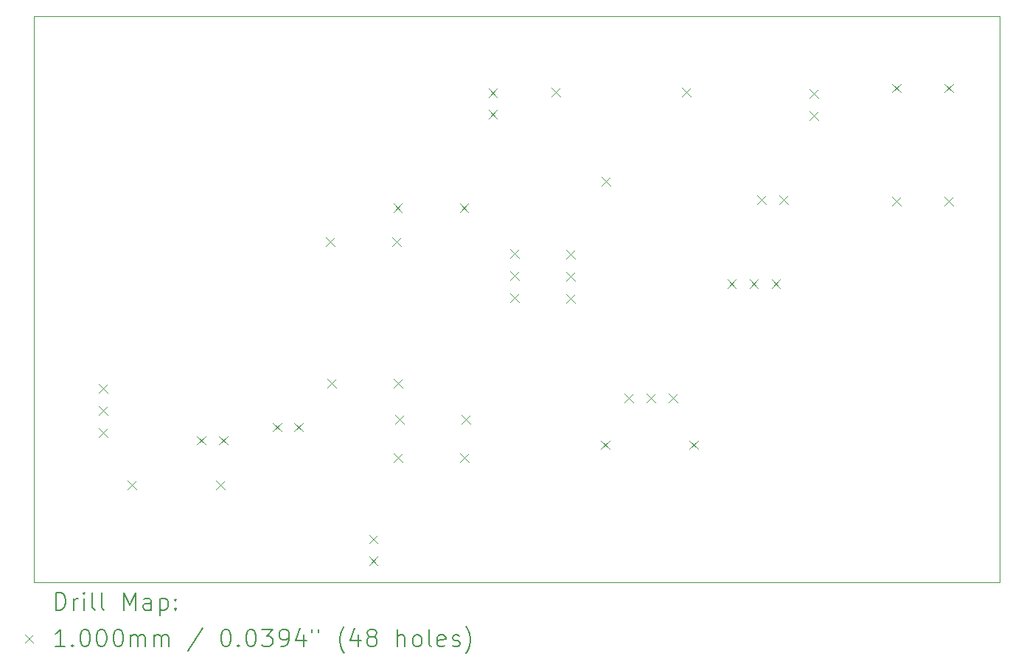
<source format=gbr>
%TF.GenerationSoftware,KiCad,Pcbnew,(6.0.7)*%
%TF.CreationDate,2023-02-12T14:45:49-05:00*%
%TF.ProjectId,Genesis_PA_Testing_v1,47656e65-7369-4735-9f50-415f54657374,rev?*%
%TF.SameCoordinates,Original*%
%TF.FileFunction,Drillmap*%
%TF.FilePolarity,Positive*%
%FSLAX45Y45*%
G04 Gerber Fmt 4.5, Leading zero omitted, Abs format (unit mm)*
G04 Created by KiCad (PCBNEW (6.0.7)) date 2023-02-12 14:45:49*
%MOMM*%
%LPD*%
G01*
G04 APERTURE LIST*
%ADD10C,0.100000*%
%ADD11C,0.200000*%
G04 APERTURE END LIST*
D10*
X7385050Y-8312150D02*
X18472150Y-8312150D01*
X18472150Y-8312150D02*
X18472150Y-14814550D01*
X18472150Y-14814550D02*
X7385050Y-14814550D01*
X7385050Y-14814550D02*
X7385050Y-8312150D01*
D11*
D10*
X8128800Y-12537200D02*
X8228800Y-12637200D01*
X8228800Y-12537200D02*
X8128800Y-12637200D01*
X8128800Y-12791200D02*
X8228800Y-12891200D01*
X8228800Y-12791200D02*
X8128800Y-12891200D01*
X8128800Y-13045200D02*
X8228800Y-13145200D01*
X8228800Y-13045200D02*
X8128800Y-13145200D01*
X8459000Y-13646950D02*
X8559000Y-13746950D01*
X8559000Y-13646950D02*
X8459000Y-13746950D01*
X9258600Y-13132600D02*
X9358600Y-13232600D01*
X9358600Y-13132600D02*
X9258600Y-13232600D01*
X9475000Y-13646950D02*
X9575000Y-13746950D01*
X9575000Y-13646950D02*
X9475000Y-13746950D01*
X9512600Y-13132600D02*
X9612600Y-13232600D01*
X9612600Y-13132600D02*
X9512600Y-13232600D01*
X10126561Y-12980200D02*
X10226561Y-13080200D01*
X10226561Y-12980200D02*
X10126561Y-13080200D01*
X10376561Y-12980200D02*
X10476561Y-13080200D01*
X10476561Y-12980200D02*
X10376561Y-13080200D01*
X10738650Y-10852950D02*
X10838650Y-10952950D01*
X10838650Y-10852950D02*
X10738650Y-10952950D01*
X10757700Y-12478550D02*
X10857700Y-12578550D01*
X10857700Y-12478550D02*
X10757700Y-12578550D01*
X11233950Y-14266761D02*
X11333950Y-14366761D01*
X11333950Y-14266761D02*
X11233950Y-14366761D01*
X11233950Y-14516761D02*
X11333950Y-14616761D01*
X11333950Y-14516761D02*
X11233950Y-14616761D01*
X11500650Y-10852950D02*
X11600650Y-10952950D01*
X11600650Y-10852950D02*
X11500650Y-10952950D01*
X11513350Y-10459250D02*
X11613350Y-10559250D01*
X11613350Y-10459250D02*
X11513350Y-10559250D01*
X11519700Y-12478550D02*
X11619700Y-12578550D01*
X11619700Y-12478550D02*
X11519700Y-12578550D01*
X11519700Y-13329450D02*
X11619700Y-13429450D01*
X11619700Y-13329450D02*
X11519700Y-13429450D01*
X11532400Y-12891300D02*
X11632400Y-12991300D01*
X11632400Y-12891300D02*
X11532400Y-12991300D01*
X12275350Y-10459250D02*
X12375350Y-10559250D01*
X12375350Y-10459250D02*
X12275350Y-10559250D01*
X12281700Y-13329450D02*
X12381700Y-13429450D01*
X12381700Y-13329450D02*
X12281700Y-13429450D01*
X12294400Y-12891300D02*
X12394400Y-12991300D01*
X12394400Y-12891300D02*
X12294400Y-12991300D01*
X12605550Y-9137485D02*
X12705550Y-9237485D01*
X12705550Y-9137485D02*
X12605550Y-9237485D01*
X12605550Y-9387485D02*
X12705550Y-9487485D01*
X12705550Y-9387485D02*
X12605550Y-9487485D01*
X12853200Y-10986300D02*
X12953200Y-11086300D01*
X12953200Y-10986300D02*
X12853200Y-11086300D01*
X12853200Y-11240300D02*
X12953200Y-11340300D01*
X12953200Y-11240300D02*
X12853200Y-11340300D01*
X12853200Y-11494300D02*
X12953200Y-11594300D01*
X12953200Y-11494300D02*
X12853200Y-11594300D01*
X13328750Y-9132100D02*
X13428750Y-9232100D01*
X13428750Y-9132100D02*
X13328750Y-9232100D01*
X13500900Y-10997500D02*
X13600900Y-11097500D01*
X13600900Y-10997500D02*
X13500900Y-11097500D01*
X13500900Y-11251500D02*
X13600900Y-11351500D01*
X13600900Y-11251500D02*
X13500900Y-11351500D01*
X13500900Y-11505500D02*
X13600900Y-11605500D01*
X13600900Y-11505500D02*
X13500900Y-11605500D01*
X13894600Y-13183400D02*
X13994600Y-13283400D01*
X13994600Y-13183400D02*
X13894600Y-13283400D01*
X13907300Y-10154450D02*
X14007300Y-10254450D01*
X14007300Y-10154450D02*
X13907300Y-10254450D01*
X14168650Y-12643650D02*
X14268650Y-12743650D01*
X14268650Y-12643650D02*
X14168650Y-12743650D01*
X14422650Y-12643650D02*
X14522650Y-12743650D01*
X14522650Y-12643650D02*
X14422650Y-12743650D01*
X14676650Y-12643650D02*
X14776650Y-12743650D01*
X14776650Y-12643650D02*
X14676650Y-12743650D01*
X14828750Y-9132100D02*
X14928750Y-9232100D01*
X14928750Y-9132100D02*
X14828750Y-9232100D01*
X14910600Y-13183400D02*
X15010600Y-13283400D01*
X15010600Y-13183400D02*
X14910600Y-13283400D01*
X15348750Y-11335550D02*
X15448750Y-11435550D01*
X15448750Y-11335550D02*
X15348750Y-11435550D01*
X15602750Y-11335550D02*
X15702750Y-11435550D01*
X15702750Y-11335550D02*
X15602750Y-11435550D01*
X15691650Y-10370350D02*
X15791650Y-10470350D01*
X15791650Y-10370350D02*
X15691650Y-10470350D01*
X15856750Y-11335550D02*
X15956750Y-11435550D01*
X15956750Y-11335550D02*
X15856750Y-11435550D01*
X15945650Y-10370350D02*
X16045650Y-10470350D01*
X16045650Y-10370350D02*
X15945650Y-10470350D01*
X16294900Y-9150185D02*
X16394900Y-9250185D01*
X16394900Y-9150185D02*
X16294900Y-9250185D01*
X16294900Y-9400185D02*
X16394900Y-9500185D01*
X16394900Y-9400185D02*
X16294900Y-9500185D01*
X17239500Y-9085350D02*
X17339500Y-9185350D01*
X17339500Y-9085350D02*
X17239500Y-9185350D01*
X17239500Y-10385350D02*
X17339500Y-10485350D01*
X17339500Y-10385350D02*
X17239500Y-10485350D01*
X17839500Y-9085350D02*
X17939500Y-9185350D01*
X17939500Y-9085350D02*
X17839500Y-9185350D01*
X17839500Y-10385350D02*
X17939500Y-10485350D01*
X17939500Y-10385350D02*
X17839500Y-10485350D01*
D11*
X7637669Y-15130026D02*
X7637669Y-14930026D01*
X7685288Y-14930026D01*
X7713859Y-14939550D01*
X7732907Y-14958598D01*
X7742431Y-14977645D01*
X7751955Y-15015740D01*
X7751955Y-15044312D01*
X7742431Y-15082407D01*
X7732907Y-15101455D01*
X7713859Y-15120502D01*
X7685288Y-15130026D01*
X7637669Y-15130026D01*
X7837669Y-15130026D02*
X7837669Y-14996693D01*
X7837669Y-15034788D02*
X7847193Y-15015740D01*
X7856717Y-15006217D01*
X7875764Y-14996693D01*
X7894812Y-14996693D01*
X7961478Y-15130026D02*
X7961478Y-14996693D01*
X7961478Y-14930026D02*
X7951955Y-14939550D01*
X7961478Y-14949074D01*
X7971002Y-14939550D01*
X7961478Y-14930026D01*
X7961478Y-14949074D01*
X8085288Y-15130026D02*
X8066240Y-15120502D01*
X8056717Y-15101455D01*
X8056717Y-14930026D01*
X8190050Y-15130026D02*
X8171002Y-15120502D01*
X8161478Y-15101455D01*
X8161478Y-14930026D01*
X8418621Y-15130026D02*
X8418621Y-14930026D01*
X8485288Y-15072883D01*
X8551955Y-14930026D01*
X8551955Y-15130026D01*
X8732907Y-15130026D02*
X8732907Y-15025264D01*
X8723383Y-15006217D01*
X8704336Y-14996693D01*
X8666240Y-14996693D01*
X8647193Y-15006217D01*
X8732907Y-15120502D02*
X8713860Y-15130026D01*
X8666240Y-15130026D01*
X8647193Y-15120502D01*
X8637669Y-15101455D01*
X8637669Y-15082407D01*
X8647193Y-15063359D01*
X8666240Y-15053836D01*
X8713860Y-15053836D01*
X8732907Y-15044312D01*
X8828145Y-14996693D02*
X8828145Y-15196693D01*
X8828145Y-15006217D02*
X8847193Y-14996693D01*
X8885288Y-14996693D01*
X8904336Y-15006217D01*
X8913860Y-15015740D01*
X8923383Y-15034788D01*
X8923383Y-15091931D01*
X8913860Y-15110978D01*
X8904336Y-15120502D01*
X8885288Y-15130026D01*
X8847193Y-15130026D01*
X8828145Y-15120502D01*
X9009098Y-15110978D02*
X9018621Y-15120502D01*
X9009098Y-15130026D01*
X8999574Y-15120502D01*
X9009098Y-15110978D01*
X9009098Y-15130026D01*
X9009098Y-15006217D02*
X9018621Y-15015740D01*
X9009098Y-15025264D01*
X8999574Y-15015740D01*
X9009098Y-15006217D01*
X9009098Y-15025264D01*
D10*
X7280050Y-15409550D02*
X7380050Y-15509550D01*
X7380050Y-15409550D02*
X7280050Y-15509550D01*
D11*
X7742431Y-15550026D02*
X7628145Y-15550026D01*
X7685288Y-15550026D02*
X7685288Y-15350026D01*
X7666240Y-15378598D01*
X7647193Y-15397645D01*
X7628145Y-15407169D01*
X7828145Y-15530978D02*
X7837669Y-15540502D01*
X7828145Y-15550026D01*
X7818621Y-15540502D01*
X7828145Y-15530978D01*
X7828145Y-15550026D01*
X7961478Y-15350026D02*
X7980526Y-15350026D01*
X7999574Y-15359550D01*
X8009098Y-15369074D01*
X8018621Y-15388121D01*
X8028145Y-15426217D01*
X8028145Y-15473836D01*
X8018621Y-15511931D01*
X8009098Y-15530978D01*
X7999574Y-15540502D01*
X7980526Y-15550026D01*
X7961478Y-15550026D01*
X7942431Y-15540502D01*
X7932907Y-15530978D01*
X7923383Y-15511931D01*
X7913859Y-15473836D01*
X7913859Y-15426217D01*
X7923383Y-15388121D01*
X7932907Y-15369074D01*
X7942431Y-15359550D01*
X7961478Y-15350026D01*
X8151955Y-15350026D02*
X8171002Y-15350026D01*
X8190050Y-15359550D01*
X8199574Y-15369074D01*
X8209098Y-15388121D01*
X8218621Y-15426217D01*
X8218621Y-15473836D01*
X8209098Y-15511931D01*
X8199574Y-15530978D01*
X8190050Y-15540502D01*
X8171002Y-15550026D01*
X8151955Y-15550026D01*
X8132907Y-15540502D01*
X8123383Y-15530978D01*
X8113859Y-15511931D01*
X8104336Y-15473836D01*
X8104336Y-15426217D01*
X8113859Y-15388121D01*
X8123383Y-15369074D01*
X8132907Y-15359550D01*
X8151955Y-15350026D01*
X8342431Y-15350026D02*
X8361478Y-15350026D01*
X8380526Y-15359550D01*
X8390050Y-15369074D01*
X8399574Y-15388121D01*
X8409098Y-15426217D01*
X8409098Y-15473836D01*
X8399574Y-15511931D01*
X8390050Y-15530978D01*
X8380526Y-15540502D01*
X8361478Y-15550026D01*
X8342431Y-15550026D01*
X8323383Y-15540502D01*
X8313859Y-15530978D01*
X8304336Y-15511931D01*
X8294812Y-15473836D01*
X8294812Y-15426217D01*
X8304336Y-15388121D01*
X8313859Y-15369074D01*
X8323383Y-15359550D01*
X8342431Y-15350026D01*
X8494812Y-15550026D02*
X8494812Y-15416693D01*
X8494812Y-15435740D02*
X8504336Y-15426217D01*
X8523383Y-15416693D01*
X8551955Y-15416693D01*
X8571002Y-15426217D01*
X8580526Y-15445264D01*
X8580526Y-15550026D01*
X8580526Y-15445264D02*
X8590050Y-15426217D01*
X8609098Y-15416693D01*
X8637669Y-15416693D01*
X8656717Y-15426217D01*
X8666240Y-15445264D01*
X8666240Y-15550026D01*
X8761479Y-15550026D02*
X8761479Y-15416693D01*
X8761479Y-15435740D02*
X8771002Y-15426217D01*
X8790050Y-15416693D01*
X8818621Y-15416693D01*
X8837669Y-15426217D01*
X8847193Y-15445264D01*
X8847193Y-15550026D01*
X8847193Y-15445264D02*
X8856717Y-15426217D01*
X8875764Y-15416693D01*
X8904336Y-15416693D01*
X8923383Y-15426217D01*
X8932907Y-15445264D01*
X8932907Y-15550026D01*
X9323383Y-15340502D02*
X9151955Y-15597645D01*
X9580526Y-15350026D02*
X9599574Y-15350026D01*
X9618621Y-15359550D01*
X9628145Y-15369074D01*
X9637669Y-15388121D01*
X9647193Y-15426217D01*
X9647193Y-15473836D01*
X9637669Y-15511931D01*
X9628145Y-15530978D01*
X9618621Y-15540502D01*
X9599574Y-15550026D01*
X9580526Y-15550026D01*
X9561479Y-15540502D01*
X9551955Y-15530978D01*
X9542431Y-15511931D01*
X9532907Y-15473836D01*
X9532907Y-15426217D01*
X9542431Y-15388121D01*
X9551955Y-15369074D01*
X9561479Y-15359550D01*
X9580526Y-15350026D01*
X9732907Y-15530978D02*
X9742431Y-15540502D01*
X9732907Y-15550026D01*
X9723383Y-15540502D01*
X9732907Y-15530978D01*
X9732907Y-15550026D01*
X9866240Y-15350026D02*
X9885288Y-15350026D01*
X9904336Y-15359550D01*
X9913860Y-15369074D01*
X9923383Y-15388121D01*
X9932907Y-15426217D01*
X9932907Y-15473836D01*
X9923383Y-15511931D01*
X9913860Y-15530978D01*
X9904336Y-15540502D01*
X9885288Y-15550026D01*
X9866240Y-15550026D01*
X9847193Y-15540502D01*
X9837669Y-15530978D01*
X9828145Y-15511931D01*
X9818621Y-15473836D01*
X9818621Y-15426217D01*
X9828145Y-15388121D01*
X9837669Y-15369074D01*
X9847193Y-15359550D01*
X9866240Y-15350026D01*
X9999574Y-15350026D02*
X10123383Y-15350026D01*
X10056717Y-15426217D01*
X10085288Y-15426217D01*
X10104336Y-15435740D01*
X10113860Y-15445264D01*
X10123383Y-15464312D01*
X10123383Y-15511931D01*
X10113860Y-15530978D01*
X10104336Y-15540502D01*
X10085288Y-15550026D01*
X10028145Y-15550026D01*
X10009098Y-15540502D01*
X9999574Y-15530978D01*
X10218621Y-15550026D02*
X10256717Y-15550026D01*
X10275764Y-15540502D01*
X10285288Y-15530978D01*
X10304336Y-15502407D01*
X10313860Y-15464312D01*
X10313860Y-15388121D01*
X10304336Y-15369074D01*
X10294812Y-15359550D01*
X10275764Y-15350026D01*
X10237669Y-15350026D01*
X10218621Y-15359550D01*
X10209098Y-15369074D01*
X10199574Y-15388121D01*
X10199574Y-15435740D01*
X10209098Y-15454788D01*
X10218621Y-15464312D01*
X10237669Y-15473836D01*
X10275764Y-15473836D01*
X10294812Y-15464312D01*
X10304336Y-15454788D01*
X10313860Y-15435740D01*
X10485288Y-15416693D02*
X10485288Y-15550026D01*
X10437669Y-15340502D02*
X10390050Y-15483359D01*
X10513860Y-15483359D01*
X10580526Y-15350026D02*
X10580526Y-15388121D01*
X10656717Y-15350026D02*
X10656717Y-15388121D01*
X10951955Y-15626217D02*
X10942431Y-15616693D01*
X10923383Y-15588121D01*
X10913860Y-15569074D01*
X10904336Y-15540502D01*
X10894812Y-15492883D01*
X10894812Y-15454788D01*
X10904336Y-15407169D01*
X10913860Y-15378598D01*
X10923383Y-15359550D01*
X10942431Y-15330978D01*
X10951955Y-15321455D01*
X11113860Y-15416693D02*
X11113860Y-15550026D01*
X11066240Y-15340502D02*
X11018621Y-15483359D01*
X11142431Y-15483359D01*
X11247193Y-15435740D02*
X11228145Y-15426217D01*
X11218621Y-15416693D01*
X11209098Y-15397645D01*
X11209098Y-15388121D01*
X11218621Y-15369074D01*
X11228145Y-15359550D01*
X11247193Y-15350026D01*
X11285288Y-15350026D01*
X11304336Y-15359550D01*
X11313859Y-15369074D01*
X11323383Y-15388121D01*
X11323383Y-15397645D01*
X11313859Y-15416693D01*
X11304336Y-15426217D01*
X11285288Y-15435740D01*
X11247193Y-15435740D01*
X11228145Y-15445264D01*
X11218621Y-15454788D01*
X11209098Y-15473836D01*
X11209098Y-15511931D01*
X11218621Y-15530978D01*
X11228145Y-15540502D01*
X11247193Y-15550026D01*
X11285288Y-15550026D01*
X11304336Y-15540502D01*
X11313859Y-15530978D01*
X11323383Y-15511931D01*
X11323383Y-15473836D01*
X11313859Y-15454788D01*
X11304336Y-15445264D01*
X11285288Y-15435740D01*
X11561478Y-15550026D02*
X11561478Y-15350026D01*
X11647193Y-15550026D02*
X11647193Y-15445264D01*
X11637669Y-15426217D01*
X11618621Y-15416693D01*
X11590050Y-15416693D01*
X11571002Y-15426217D01*
X11561478Y-15435740D01*
X11771002Y-15550026D02*
X11751955Y-15540502D01*
X11742431Y-15530978D01*
X11732907Y-15511931D01*
X11732907Y-15454788D01*
X11742431Y-15435740D01*
X11751955Y-15426217D01*
X11771002Y-15416693D01*
X11799574Y-15416693D01*
X11818621Y-15426217D01*
X11828145Y-15435740D01*
X11837669Y-15454788D01*
X11837669Y-15511931D01*
X11828145Y-15530978D01*
X11818621Y-15540502D01*
X11799574Y-15550026D01*
X11771002Y-15550026D01*
X11951955Y-15550026D02*
X11932907Y-15540502D01*
X11923383Y-15521455D01*
X11923383Y-15350026D01*
X12104336Y-15540502D02*
X12085288Y-15550026D01*
X12047193Y-15550026D01*
X12028145Y-15540502D01*
X12018621Y-15521455D01*
X12018621Y-15445264D01*
X12028145Y-15426217D01*
X12047193Y-15416693D01*
X12085288Y-15416693D01*
X12104336Y-15426217D01*
X12113859Y-15445264D01*
X12113859Y-15464312D01*
X12018621Y-15483359D01*
X12190050Y-15540502D02*
X12209098Y-15550026D01*
X12247193Y-15550026D01*
X12266240Y-15540502D01*
X12275764Y-15521455D01*
X12275764Y-15511931D01*
X12266240Y-15492883D01*
X12247193Y-15483359D01*
X12218621Y-15483359D01*
X12199574Y-15473836D01*
X12190050Y-15454788D01*
X12190050Y-15445264D01*
X12199574Y-15426217D01*
X12218621Y-15416693D01*
X12247193Y-15416693D01*
X12266240Y-15426217D01*
X12342431Y-15626217D02*
X12351955Y-15616693D01*
X12371002Y-15588121D01*
X12380526Y-15569074D01*
X12390050Y-15540502D01*
X12399574Y-15492883D01*
X12399574Y-15454788D01*
X12390050Y-15407169D01*
X12380526Y-15378598D01*
X12371002Y-15359550D01*
X12351955Y-15330978D01*
X12342431Y-15321455D01*
M02*

</source>
